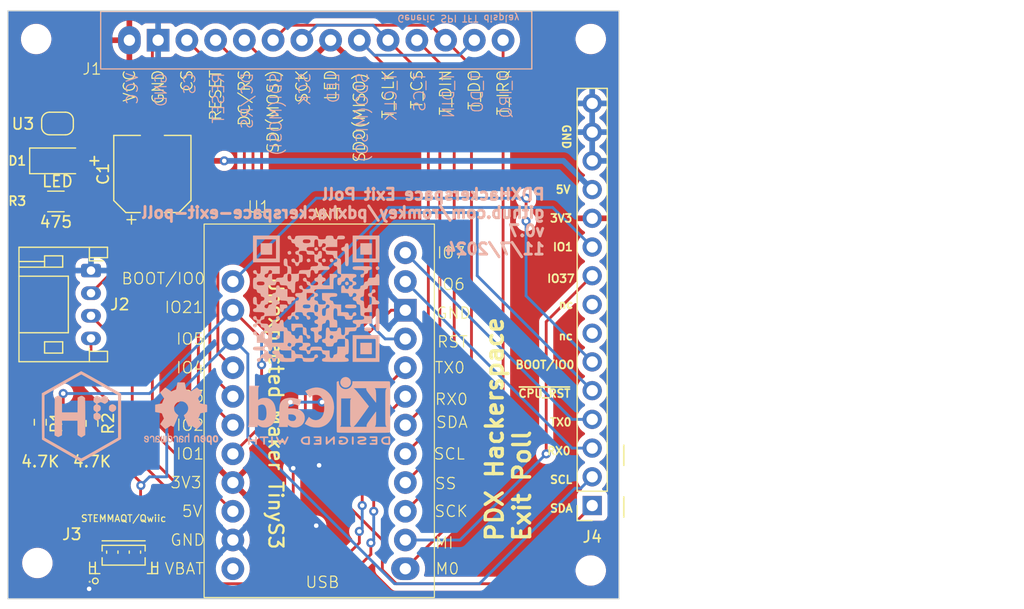
<source format=kicad_pcb>
(kicad_pcb (version 20240108) (generator "pcbnew") (generator_version "8.0")
  (title_block (title "Exit Poll") (date "2024-11-07") (rev "0.7") (company "PDX Hackerspace") (comment 1 "John Romkey") (comment 2 "simple PCB connecting TinyS3 to TFT LCD display and LED strip"))
  (layers (0 "F.Cu" signal) (31 "B.Cu" signal) (34 "B.Paste" user) (35 "F.Paste" user) (36 "B.SilkS" user "B.Silkscreen") (37 "F.SilkS" user "F.Silkscreen") (38 "B.Mask" user) (39 "F.Mask" user) (44 "Edge.Cuts" user))
  (net 0 "")
  (net 1 "/SCL")
  (net 2 "/SDA")
  (net 3 "GND")
  (net 4 "/MO")
  (net 5 "/MI")
  (net 6 "/SCK")
  (net 7 "/TFT_CS")
  (net 8 "/TFT_RST")
  (net 9 "/TFT_DCRS")
  (net 10 "/~{CPU_RST}")
  (net 11 "+3V3")
  (net 12 "/BOOT{slash}IO0")
  (net 13 "/T_IRQ")
  (net 16 "/BAT")
  (net 17 "/T_CS")
  (net 18 "/IO37")
  (net 19 "Net-(D1-K)")
  (net 20 "Net-(D1-A)")
  (net 21 "/CPU_RX")
  (net 22 "/CPU_TX")
  (net 23 "/IO1")
  (net 24 "/LED_DATA")
  (net 25 "+5V")
  (net 26 "/LED_CLK")
  (footprint "Jumper:SolderJumper-2_P1.3mm_Bridged_RoundedPad1.0x1.5mm" (layer "F.Cu") (at 24.384 29.972)
    (property "Reference" "U3" (at -3.048 0.032 0) (layer "F.SilkS"))
    (property "Value" "~" (hide yes))
    (fp_poly (pts (xy 0.25 -0.3) (xy -0.25 -0.3) (xy -0.25 0.3) (xy 0.25 0.3)) (fill solid) (layer "F.Cu"))
    (pad "1" smd custom (at -0.65 0) (size 1 0.5) (layers "F.Cu" "F.Mask") (net 19 "Net-(D1-K)") (options (clearance outline) (anchor rect)) (primitives (gr_circle (center 0 0.25) (end 0.5 0.25) (width 0) (fill yes)) (gr_circle (center 0 -0.25) (end 0.5 -0.25) (width 0) (fill yes)) (gr_poly (pts (xy 0.5 0.75) (xy 0 0.75) (xy 0 -0.75) (xy 0.5 -0.75)) (width 0) (fill yes))))
    (pad "2" smd custom (at 0.65 0) (size 1 0.5) (layers "F.Cu" "F.Mask") (net 3 "GND") (options (clearance outline) (anchor rect)) (primitives (gr_circle (center 0 0.25) (end 0.5 0.25) (width 0) (fill yes)) (gr_circle (center 0 -0.25) (end 0.5 -0.25) (width 0) (fill yes)) (gr_poly (pts (xy 0 0.75) (xy -0.5 0.75) (xy -0.5 -0.75) (xy 0 -0.75)) (width 0) (fill yes))))
  )
  (footprint "1myFootprints:SPI_TFT_TOUCH" (layer "F.Cu") (at 66.294 20.066 90)
    (property "Reference" "J1" (at -5.08 -38.862 0) (layer "F.SilkS") (effects (font (thickness 0.1))))
    (property "Value" "~")
    (fp_text user "LED" (at -5.334 -17.526 90) (layer "B.SilkS") (effects (font (thickness 0.1)) (justify left mirror)))
    (fp_text user "T_IRQ" (at -5.334 -2.286 90) (layer "B.SilkS") (effects (font (thickness 0.1)) (justify left mirror)))
    (fp_text user "T_CLK" (at -5.334 -12.446 90) (layer "B.SilkS") (effects (font (thickness 0.1)) (justify left mirror)))
    (fp_text user "T_CS" (at -5.334 -9.906 90) (layer "B.SilkS") (effects (font (thickness 0.1)) (justify left mirror)))
    (fp_text user "T_DO" (at -5.334 -4.826 90) (layer "B.SilkS") (effects (font (thickness 0.1)) (justify left mirror)))
    (fp_text user "CS" (at -5.334 -30.226 90) (layer "B.SilkS") (effects (font (thickness 0.1)) (justify left mirror)))
    (fp_text user "SDO(MISO)" (at -5.334 -14.986 90) (layer "B.SilkS") (effects (font (thickness 0.1)) (justify left mirror)))
    (fp_text user "SDI(MOSI)" (at -5.334 -22.606 90) (layer "B.SilkS") (effects (font (thickness 0.1)) (justify left mirror)))
    (fp_text user "T_DIN" (at -5.334 -7.366 90) (layer "B.SilkS") (effects (font (thickness 0.1)) (justify left mirror)))
    (fp_text user "GND" (at -5.334 -32.766 90) (layer "B.SilkS") (effects (font (thickness 0.1)) (justify left mirror)))
    (fp_text user "SCK" (at -5.334 -20.066 90) (layer "B.SilkS") (effects (font (thickness 0.1)) (justify left mirror)))
    (fp_text user "Generic SPI TFT display" (at -0.254 -11.938 180) (layer "B.SilkS") (effects (font (size 0.6 0.6) (thickness 0.1)) (justify left bottom mirror)))
    (fp_text user "DC/RS" (at -5.334 -25.146 90) (layer "B.SilkS") (effects (font (thickness 0.1)) (justify left mirror)))
    (fp_text user "RESET" (at -5.334 -27.686 90) (layer "B.SilkS") (effects (font (thickness 0.1)) (justify left mirror)))
    (fp_text user "VCC" (at -5.334 -35.306 90) (layer "B.SilkS") (effects (font (thickness 0.1)) (justify left mirror)))
    (fp_text user "T_DIN" (at -5.08 -7.62 90) (layer "F.SilkS") (effects (font (thickness 0.1)) (justify right)))
    (fp_text user "T_CS" (at -5.08 -10.16 90) (layer "F.SilkS") (effects (font (thickness 0.1)) (justify right)))
    (fp_text user "GND" (at -5.08 -33.02 90) (layer "F.SilkS") (effects (font (thickness 0.1)) (justify right)))
    (fp_text user "RESET" (at -5.08 -27.94 90) (layer "F.SilkS") (effects (font (thickness 0.1)) (justify right)))
    (fp_text user "LED" (at -5.08 -17.78 90) (layer "F.SilkS") (effects (font (thickness 0.1)) (justify right)))
    (fp_text user "CS" (at -5.08 -30.48 90) (layer "F.SilkS") (effects (font (thickness 0.1)) (justify right)))
    (fp_text user "DC/RS" (at -5.08 -25.4 90) (layer "F.SilkS") (effects (font (thickness 0.1)) (justify right)))
    (fp_text user "VCC" (at -5.08 -35.56 90) (layer "F.SilkS") (effects (font (thickness 0.1)) (justify right)))
    (fp_text user "SCK" (at -5.08 -20.32 90) (layer "F.SilkS") (effects (font (thickness 0.1)) (justify right)))
    (fp_text user "SDO(MISO)" (at -5.334 -15.24 90) (layer "F.SilkS") (effects (font (thickness 0.1)) (justify right)))
    (fp_text user "T_DO" (at -5.08 -5.08 90) (layer "F.SilkS") (effects (font (thickness 0.1)) (justify right)))
    (fp_text user "T_CLK" (at -5.08 -12.7 90) (layer "F.SilkS") (effects (font (thickness 0.1)) (justify right)))
    (fp_text user "SDI(MOSI)" (at -5.08 -22.86 90) (layer "F.SilkS") (effects (font (thickness 0.1)) (justify right)))
    (fp_text user "T_IRQ" (at -5.08 -2.54 90) (layer "F.SilkS") (effects (font (thickness 0.1)) (justify right)))
    (pad "1" thru_hole oval (at -2.54 -35.56 90) (size 2.5 2) (drill 1) (layers "*.Cu" "*.Mask") (net 11 "+3V3"))
    (pad "2" thru_hole rect (at -2.54 -33.02 90) (size 2 2) (drill 1) (layers "*.Cu" "*.Mask") (net 3 "GND"))
    (pad "3" thru_hole circle (at -2.54 -30.48 90) (size 2 2) (drill 1) (layers "*.Cu" "*.Mask") (net 7 "/TFT_CS"))
    (pad "4" thru_hole circle (at -2.54 -27.94 90) (size 2 2) (drill 1) (layers "*.Cu" "*.Mask") (net 8 "/TFT_RST"))
    (pad "5" thru_hole circle (at -2.54 -25.4 90) (size 2 2) (drill 1) (layers "*.Cu" "*.Mask") (net 9 "/TFT_DCRS"))
    (pad "6" thru_hole circle (at -2.54 -22.86 90) (size 2 2) (drill 1) (layers "*.Cu" "*.Mask") (net 4 "/MO"))
    (pad "7" thru_hole circle (at -2.54 -20.32 90) (size 2 2) (drill 1) (layers "*.Cu" "*.Mask") (net 6 "/SCK"))
    (pad "8" thru_hole circle (at -2.54 -17.78 90) (size 2 2) (drill 1) (layers "*.Cu" "*.Mask") (net 11 "+3V3"))
    (pad "9" thru_hole circle (at -2.54 -15.24 90) (size 2 2) (drill 1) (layers "*.Cu" "*.Mask") (net 5 "/MI"))
    (pad "10" thru_hole circle (at -2.54 -12.7 90) (size 2 2) (drill 1) (layers "*.Cu" "*.Mask") (net 6 "/SCK"))
    (pad "11" thru_hole circle (at -2.54 -10.16 90) (size 2 2) (drill 1) (layers "*.Cu" "*.Mask") (net 17 "/T_CS"))
    (pad "12" thru_hole circle (at -2.54 -7.62 90) (size 2 2) (drill 1) (layers "*.Cu" "*.Mask") (net 4 "/MO"))
    (pad "13" thru_hole circle (at -2.54 -5.08 90) (size 2 2) (drill 1) (layers "*.Cu" "*.Mask") (net 5 "/MI"))
    (pad "14" thru_hole circle (at -2.54 -2.54 90) (size 2 2) (drill 1) (layers "*.Cu" "*.Mask") (net 13 "/T_IRQ"))
  )
  (footprint "Resistor_SMD:R_1206_3216Metric_Pad1.30x1.75mm_HandSolder" (layer "F.Cu") (at 24.242 36.862)
    (property "Reference" "R3" (at -3.414 -0.032 0) (layer "F.SilkS") (effects (font (size 0.8 0.8))))
    (property "Value" "475" (at 0 1.82 0) (layer "F.SilkS"))
    (pad "1" smd roundrect (at -1.55 0) (size 1.3 1.75) (layers "F.Cu" "F.Paste" "F.Mask") (roundrect_rratio 0.192308) (net 25 "+5V"))
    (pad "2" smd roundrect (at 1.55 0) (size 1.3 1.75) (layers "F.Cu" "F.Paste" "F.Mask") (roundrect_rratio 0.192308) (net 20 "Net-(D1-A)"))
  )
  (footprint "Resistor_SMD:R_0603_1608Metric_Pad0.98x0.95mm_HandSolder" (layer "F.Cu") (at 27.432 56.4915 -90)
    (property "Reference" "R2" (at 0 -1.43 -90) (layer "F.SilkS"))
    (property "Value" "4.7K")
    (pad "1" smd roundrect (at -0.9125 0 270) (size 0.975 0.95) (layers "F.Cu" "F.Paste" "F.Mask") (net 11 "+3V3"))
    (pad "2" smd roundrect (at 0.9125 0 270) (size 0.975 0.95) (layers "F.Cu" "F.Paste" "F.Mask") (net 1 "/SCL"))
  )
  (footprint "1myFootprints:TinyS3" (layer "F.Cu") (at 50.038 56.642 180)
    (property "Reference" "U1" (at 7.874 19.304 0) (layer "F.SilkS") (effects (font (thickness 0.1))))
    (property "Value" "~" (hide yes))
    (fp_text user "Unexpected Maker TinyS3" (at 7.0993 13.208 -90) (layer "F.SilkS") (effects (font (size 1.25 1.25) (thickness 0.2)) (justify left bottom)))
    (fp_text user "SCK" (at -10.668 -7.62 0) (layer "F.SilkS") (effects (font (thickness 0.1)) (justify right)))
    (fp_text user "GND" (at -10.922 9.906 0) (layer "F.SilkS") (effects (font (thickness 0.1)) (justify right)))
    (fp_text user "IO6" (at -10.414 12.446 0) (layer "F.SilkS") (effects (font (thickness 0.1)) (justify right)))
    (fp_text user "BOOT/IO0" (at 20.066 12.954 0) (layer "F.SilkS") (effects (font (thickness 0.1)) (justify left)))
    (fp_text user "RST" (at -10.668 7.366 0) (layer "F.SilkS") (effects (font (thickness 0.1)) (justify right)))
    (fp_text user "3V3" (at 15.748 -5.08 0) (layer "F.SilkS") (effects (font (thickness 0.1)) (justify left)))
    (fp_text user "SS" (at -7.62 -5.08 180) (layer "F.SilkS") (effects (font (thickness 0.1)) (justify right)))
    (fp_text user "IO5" (at 15.24 7.62 0) (layer "F.SilkS") (effects (font (thickness 0.1)) (justify left)))
    (fp_text user "ANT" (at 3.302 18.034 0) (layer "F.SilkS") (effects (font (thickness 0.1)) (justify left bottom)))
    (fp_text user "USB" (at 3.81 -14.478 0) (layer "F.SilkS") (effects (font (thickness 0.1)) (justify left bottom)))
    (fp_text user "RX0" (at -10.668 2.286 0) (layer "F.SilkS") (effects (font (thickness 0.1)) (justify right)))
    (fp_text user "SDA" (at -10.668 0.254 0) (layer "F.SilkS") (effects (font (thickness 0.1)) (justify right)))
    (fp_text user "IO7" (at -10.414 15.24 0) (layer "F.SilkS") (effects (font (thickness 0.1)) (justify right)))
    (fp_text user "IO2" (at 15.24 0 0) (layer "F.SilkS") (effects (font (thickness 0.1)) (justify left)))
    (fp_text user "IO4" (at 15.24 5.08 0) (layer "F.SilkS") (effects (font (thickness 0.1)) (justify left)))
    (fp_text user "5V" (at 14.732 -7.62 0) (layer "F.SilkS") (effects (font (thickness 0.1)) (justify left)))
    (fp_text user "M0" (at -9.906 -12.7 0) (layer "F.SilkS") (effects (font (thickness 0.1)) (justify right)))
    (fp_text user "GND" (at 15.748 -10.16 0) (layer "F.SilkS") (effects (font (thickness 0.1)) (justify left)))
    (fp_text user "IO21" (at 16.256 10.414 0) (layer "F.SilkS") (effects (font (thickness 0.1)) (justify left)))
    (fp_text user "IO3" (at 15.24 2.54 0) (layer "F.SilkS") (effects (font (thickness 0.1)) (justify left)))
    (fp_text user "MI" (at -9.398 -10.414 0) (layer "F.SilkS") (effects (font (thickness 0.1)) (justify right)))
    (fp_text user "IO1" (at 15.24 -2.54 0) (layer "F.SilkS") (effects (font (thickness 0.1)) (justify left)))
    (fp_text user "VBAT" (at 16.256 -12.7 0) (layer "F.SilkS") (effects (font (thickness 0.1)) (justify left)))
    (fp_text user "TX0" (at -10.414 5.08 0) (layer "F.SilkS") (effects (font (thickness 0.1)) (justify right)))
    (fp_text user "SCL" (at -10.414 -2.54 0) (layer "F.SilkS") (effects (font (thickness 0.1)) (justify right)))
    (pad "1" thru_hole oval (at -5.08 -12.7 180) (size 2.5 2) (drill 1) (layers "*.Cu" "*.Mask") (net 13 "/T_IRQ"))
    (pad "2" thru_hole circle (at -5.08 -10.16 180) (size 2 2) (drill 1) (layers "*.Cu" "*.Mask") (net 18 "/IO37"))
    (pad "3" thru_hole circle (at -5.08 -7.62 180) (size 2 2) (drill 1) (layers "*.Cu" "*.Mask") (net 4 "/MO"))
    (pad "4" thru_hole circle (at -5.08 -5.08 180) (size 2 2) (drill 1) (layers "*.Cu" "*.Mask") (net 17 "/T_CS"))
    (pad "5" thru_hole circle (at -5.08 -2.54 180) (size 2 2) (drill 1) (layers "*.Cu" "*.Mask") (net 6 "/SCK"))
    (pad "6" thru_hole circle (at -5.08 0 180) (size 2 2) (drill 1) (layers "*.Cu" "*.Mask") (net 5 "/MI"))
    (pad "7" thru_hole circle (at -5.08 2.54 180) (size 2 2) (drill 1) (layers "*.Cu" "*.Mask") (net 26 "/LED_CLK"))
    (pad "8" thru_hole circle (at -5.08 5.08 180) (size 2 2) (drill 1) (layers "*.Cu" "*.Mask") (net 24 "/LED_DATA"))
    (pad "9" thru_hole circle (at -5.08 7.62 180) (size 2 2) (drill 1) (layers "*.Cu" "*.Mask") (net 10 "/~{CPU_RST}"))
    (pad "10" thru_hole rect (at -5.08 10.16 180) (size 2 2) (drill 1) (layers "*.Cu" "*.Mask") (net 3 "GND"))
    (pad "11" thru_hole circle (at -5.08 12.7 180) (size 2 2) (drill 1) (layers "*.Cu" "*.Mask") (net 22 "/CPU_TX"))
    (pad "12" thru_hole circle (at -5.08 15.24 180) (size 2 2) (drill 1) (layers "*.Cu" "*.Mask") (net 21 "/CPU_RX"))
    (pad "13" thru_hole circle (at 10.16 12.7 180) (size 2 2) (drill 1) (layers "*.Cu" "*.Mask") (net 12 "/BOOT{slash}IO0"))
    (pad "14" thru_hole circle (at 10.16 10.16 180) (size 2 2) (drill 1) (layers "*.Cu" "*.Mask") (net 2 "/SDA"))
    (pad "15" thru_hole circle (at 10.16 7.62 180) (size 2 2) (drill 1) (layers "*.Cu" "*.Mask") (net 1 "/SCL"))
    (pad "16" thru_hole circle (at 10.16 5.08 180) (size 2 2) (drill 1) (layers "*.Cu" "*.Mask") (net 9 "/TFT_DCRS"))
    (pad "17" thru_hole circle (at 10.16 2.54 180) (size 2 2) (drill 1) (layers "*.Cu" "*.Mask") (net 8 "/TFT_RST"))
    (pad "18" thru_hole circle (at 10.16 0 180) (size 2 2) (drill 1) (layers "*.Cu" "*.Mask") (net 7 "/TFT_CS"))
    (pad "19" thru_hole circle (at 10.16 -2.54 180) (size 2 2) (drill 1) (layers "*.Cu" "*.Mask") (net 23 "/IO1"))
    (pad "20" thru_hole circle (at 10.16 -5.08 180) (size 2 2) (drill 1) (layers "*.Cu" "*.Mask") (net 11 "+3V3"))
    (pad "21" thru_hole circle (at 10.16 -7.62 180) (size 2 2) (drill 1) (layers "*.Cu" "*.Mask") (net 25 "+5V"))
    (pad "22" thru_hole circle (at 10.16 -10.16 180) (size 2 2) (drill 1) (layers "*.Cu" "*.Mask") (net 3 "GND"))
    (pad "23" thru_hole circle (at 10.16 -12.7 180) (size 2 2) (drill 1) (layers "*.Cu" "*.Mask") (net 16 "/BAT"))
  )
  (footprint "MountingHole:MountingHole_2.2mm_M2" (layer "F.Cu") (at 22.5 22.5)
    (property "Reference" "REF**" (hide yes))
    (property "Value" "MountingHole_2.2mm_M2" (hide yes))
    (pad "" np_thru_hole circle (at 0 0) (size 2.2 2.2) (drill 2.2) (layers "F&B.Cu" "*.Mask"))
  )
  (footprint "Connector_PinSocket_2.54mm:PinSocket_1x15_P2.54mm_Vertical" (layer "F.Cu") (at 71.628 63.754 180)
    (property "Reference" "J4" (at 0 -2.77 0) (layer "F.SilkS"))
    (property "Value" "Conn_01x15_Socket" (hide yes))
    (pad "1" thru_hole rect (at 0 0 180) (size 1.7 1.7) (drill 1) (layers "*.Cu" "*.Mask") (net 2 "/SDA"))
    (pad "2" thru_hole oval (at 0 2.54 180) (size 1.7 1.7) (drill 1) (layers "*.Cu" "*.Mask") (net 1 "/SCL"))
    (pad "3" thru_hole oval (at 0 5.08 180) (size 1.7 1.7) (drill 1) (layers "*.Cu" "*.Mask") (net 22 "/CPU_TX"))
    (pad "4" thru_hole oval (at 0 7.62 180) (size 1.7 1.7) (drill 1) (layers "*.Cu" "*.Mask") (net 21 "/CPU_RX"))
    (pad "5" thru_hole oval (at 0 10.16 180) (size 1.7 1.7) (drill 1) (layers "*.Cu" "*.Mask") (net 10 "/~{CPU_RST}"))
    (pad "6" thru_hole oval (at 0 12.7 180) (size 1.7 1.7) (drill 1) (layers "*.Cu" "*.Mask") (net 12 "/BOOT{slash}IO0"))
    (pad "7" thru_hole oval (at 0 15.24 180) (size 1.7 1.7) (drill 1) (layers "*.Cu" "*.Mask"))
    (pad "8" thru_hole oval (at 0 17.78 180) (size 1.7 1.7) (drill 1) (layers "*.Cu" "*.Mask"))
    (pad "9" thru_hole oval (at 0 20.32 180) (size 1.7 1.7) (drill 1) (layers "*.Cu" "*.Mask") (net 18 "/IO37"))
    (pad "10" thru_hole oval (at 0 22.86 180) (size 1.7 1.7) (drill 1) (layers "*.Cu" "*.Mask") (net 23 "/IO1"))
    (pad "11" thru_hole oval (at 0 25.4 180) (size 1.7 1.7) (drill 1) (layers "*.Cu" "*.Mask") (net 11 "+3V3"))
    (pad "12" thru_hole oval (at 0 27.94 180) (size 1.7 1.7) (drill 1) (layers "*.Cu" "*.Mask") (net 25 "+5V"))
    (pad "13" thru_hole oval (at 0 30.48 180) (size 1.7 1.7) (drill 1) (layers "*.Cu" "*.Mask") (net 3 "GND"))
    (pad "14" thru_hole oval (at 0 33.02 180) (size 1.7 1.7) (drill 1) (layers "*.Cu" "*.Mask") (net 3 "GND"))
    (pad "15" thru_hole oval (at 0 35.56 180) (size 1.7 1.7) (drill 1) (layers "*.Cu" "*.Mask") (net 3 "GND"))
  )
  (footprint "Resistor_SMD:R_0603_1608Metric_Pad0.98x0.95mm_HandSolder" (layer "F.Cu") (at 22.86 56.388 -90)
    (property "Reference" "R1" (at 0 -1.43 -90) (layer "F.SilkS"))
    (property "Value" "4.7K")
    (pad "1" smd roundrect (at -0.9125 0 270) (size 0.975 0.95) (layers "F.Cu" "F.Paste" "F.Mask") (net 11 "+3V3"))
    (pad "2" smd roundrect (at 0.9125 0 270) (size 0.975 0.95) (layers "F.Cu" "F.Paste" "F.Mask") (net 2 "/SDA"))
  )
  (footprint "Capacitor_SMD:CP_Elec_6.3x7.7" (layer "F.Cu") (at 32.766 34.434 90)
    (property "Reference" "C1" (at 0 -4.35 90) (layer "F.SilkS"))
    (property "Value" "100µF")
    (pad "1" smd roundrect (at -2.7 0 90) (size 3.5 1.6) (layers "F.Cu" "F.Paste" "F.Mask") (roundrect_rratio 0.15625) (net 25 "+5V"))
    (pad "2" smd roundrect (at 2.7 0 90) (size 3.5 1.6) (layers "F.Cu" "F.Paste" "F.Mask") (roundrect_rratio 0.15625) (net 3 "GND"))
  )
  (footprint "MountingHole:MountingHole_2.2mm_M2" (layer "F.Cu") (at 71.5 22.5)
    (property "Reference" "REF**" (hide yes))
    (property "Value" "MountingHole_2.2mm_M2" (hide yes))
    (pad "" np_thru_hole circle (at 0 0) (size 2.2 2.2) (drill 2.2) (layers "F&B.Cu" "*.Mask"))
  )
  (footprint "MountingHole:MountingHole_2.2mm_M2" (layer "F.Cu") (at 22.606 68.834)
    (property "Reference" "REF**" (hide yes))
    (property "Value" "MountingHole_2.2mm_M2" (hide yes))
    (pad "" np_thru_hole circle (at 0 0) (size 2.2 2.2) (drill 2.2) (layers "F&B.Cu" "*.Mask"))
  )
  (footprint "LED_SMD:LED_1206_3216Metric_Pad1.42x1.75mm_HandSolder" (layer "F.Cu") (at 24.384 33.274)
    (property "Reference" "D1" (at -3.556 0 0) (layer "F.SilkS") (effects (font (size 0.8 0.8))))
    (property "Value" "LED" (at 0 1.82 0) (layer "F.SilkS"))
    (pad "1" smd roundrect (at -1.4875 0) (size 1.425 1.75) (layers "F.Cu" "F.Paste" "F.Mask") (roundrect_rratio 0.175439) (net 19 "Net-(D1-K)"))
    (pad "2" smd roundrect (at 1.4875 0) (size 1.425 1.75) (layers "F.Cu" "F.Paste" "F.Mask") (roundrect_rratio 0.175439) (net 20 "Net-(D1-A)"))
  )
  (footprint "MountingHole:MountingHole_2.2mm_M2" (layer "F.Cu") (at 71.5 69.5)
    (property "Reference" "REF**" (hide yes))
    (property "Value" "MountingHole_2.2mm_M2" (hide yes))
    (pad "" np_thru_hole circle (at 0 0) (size 2.2 2.2) (drill 2.2) (layers "F&B.Cu" "*.Mask"))
  )
  (footprint "footprint:CONN-SMD_BM04B-SRSS-TB" (layer "F.Cu") (at 30.226 68.834)
    (property "Reference" "J3" (at -4.572 -2.54 0) (layer "F.SilkS"))
    (property "Value" "~")
    (pad "0" smd rect (at -2.799975 -1.26251) (size 1.2 1.8) (layers "F.Cu" "F.Paste" "F.Mask"))
    (pad "0" smd rect (at 2.799975 -1.26251) (size 1.2 1.8) (layers "F.Cu" "F.Paste" "F.Mask"))
    (pad "1" smd rect (at -1.5 1.26251) (size 0.6 1.550013) (layers "F.Cu" "F.Paste" "F.Mask") (net 3 "GND"))
    (pad "2" smd rect (at -0.5 1.26251) (size 0.6 1.550013) (layers "F.Cu" "F.Paste" "F.Mask") (net 11 "+3V3"))
    (pad "3" smd rect (at 0.5 1.26251) (size 0.6 1.550013) (layers "F.Cu" "F.Paste" "F.Mask") (net 2 "/SDA"))
    (pad "4" smd rect (at 1.5 1.26251) (size 0.6 1.550013) (layers "F.Cu" "F.Paste" "F.Mask") (net 1 "/SCL"))
  )
  (footprint "Connector_JST:JST_PH_S4B-PH-K_1x04_P2.00mm_Horizontal" (layer "F.Cu") (at 27.342 42.974 -90)
    (property "Reference" "J2" (at 3 -2.55 0) (layer "F.SilkS"))
    (property "Value" "Conn_01x04_Socket" (hide yes))
    (pad "1" thru_hole roundrect (at 0 0 270) (size 1.2 1.75) (drill 0.75) (layers "*.Cu" "*.Mask") (roundrect_rratio 0.208333) (net 3 "GND"))
    (pad "2" thru_hole oval (at 2 0 270) (size 1.2 1.75) (drill 0.75) (layers "*.Cu" "*.Mask") (net 25 "+5V"))
    (pad "3" thru_hole oval (at 4 0 270) (size 1.2 1.75) (drill 0.75) (layers "*.Cu" "*.Mask") (net 24 "/LED_DATA"))
    (pad "4" thru_hole oval (at 6 0 270) (size 1.2 1.75) (drill 0.75) (layers "*.Cu" "*.Mask") (net 26 "/LED_CLK"))
  )
  (footprint "1myFootprints:OSHW-Logo2_7.3x6mm_SilkScreen" (layer "B.Cu") (at 35.306 55.626 180)
    (property "Reference" "REF**" (hide yes))
    (property "Value" "OSHW-Logo2_7.3x6mm_SilkScreen" (hide yes))
  )
  (footprint "1myFootprints:CTRLH Logo" (layer "B.Cu") (at 26.67 55.88 180)
    (property "Reference" "REF**" (hide yes))
    (property "Value" "CTRLH Logo" (hide yes))
  )
  (footprint "Symbol:KiCad-Logo2_5mm_SilkScreen" (layer "B.Cu") (at 47.498 55.372 180)
    (property "Reference" "REF**" (hide yes))
    (property "Value" "KiCad-Logo2_5mm_SilkScreen" (hide yes))
  )
  (footprint "LOGO" (layer "B.Cu") (at 47.244 45.466 180)
    (property "Reference" "G**" (hide yes))
    (property "Value" "LOGO" (hide yes))
  )
  (gr_line (start 74.422 58.42) (end 74.422 60.198) (stroke (width 0.15)) (layer "F.SilkS"))
  (gr_line (start 74.422 62.992) (end 74.422 64.77) (stroke (width 0.15)) (layer "F.SilkS"))
  (gr_rect (start 20 20) (end 74 72) (stroke (width 0.1)) (fill none) (layer "Edge.Cuts"))
  (gr_text "PDXHackerspace Exit Poll\ngithub.com/romkey/pdxhackerspace-exit-poll\nv0.7\n11/7/2024\n" (at 67.564 41.656 0) (layer "B.SilkS") (effects (font (size 1 1) (thickness 0.25) (bold yes)) (justify left bottom mirror)))
  (gr_text "+" (at 26.924 33.782 0) (layer "F.SilkS") (effects (font (size 1 1)) (justify left bottom)))
  (gr_text "RX0" (at 67.564 58.928 0) (layer "F.SilkS") (effects (font (size 0.7 0.7)) (justify left)))
  (gr_text "nc" (at 68.58 45.974 0) (layer "F.SilkS") (effects (font (size 0.7 0.7) (thickness 0.175) (bold yes)) (justify left)))
  (gr_text "4.7K" (at 22.86 60.452 0) (layer "F.SilkS") (effects (font (size 1 1)) (justify bottom)))
  (gr_text "4.7K" (at 27.432 60.452 0) (layer "F.SilkS") (effects (font (size 1 1)) (justify bottom)))
  (gr_text "BOOT/IO0" (at 64.77 51.308 0) (layer "F.SilkS") (effects (font (size 0.7 0.7)) (justify left)))
  (gr_text "nc" (at 68.58 48.768 0) (layer "F.SilkS") (effects (font (size 0.7 0.7)) (justify left)))
  (gr_text "SCL" (at 67.818 61.468 0) (layer "F.SilkS") (effects (font (size 0.7 0.7)) (justify left)))
  (gr_text "3V3" (at 67.818 38.354 0) (layer "F.SilkS") (effects (font (size 0.7 0.7)) (justify left)))
  (gr_text "GND" (at 69.342 29.972 -90) (layer "F.SilkS") (effects (font (size 0.7 0.7)) (justify left)))
  (gr_text "IO1" (at 68.072 40.894 0) (layer "F.SilkS") (effects (font (size 0.7 0.7)) (justify left)))
  (gr_text "5V" (at 68.326 35.814 0) (layer "F.SilkS") (effects (font (size 0.7 0.7)) (justify left)))
  (gr_text "PDX Hackerspace\nExit Poll" (at 66.294 67.056 90) (layer "F.SilkS") (effects (font (size 1.5 1.5) (thickness 0.3) (bold yes)) (justify left bottom)))
  (gr_text "STEMMAQT/Qwiic" (at 30.226 64.548 0) (layer "F.SilkS") (effects (font (size 0.6 0.6) (thickness 0.1) (bold yes)) (justify top)))
  (gr_text "TX0" (at 67.818 56.388 0) (layer "F.SilkS") (effects (font (size 0.7 0.7)) (justify left)))
  (gr_text "IO37\n" (at 67.564 43.688 0) (layer "F.SilkS") (effects (font (size 0.7 0.7)) (justify left)))
  (gr_text "~{CPU_RST}" (at 65.024 53.848 0) (layer "F.SilkS") (effects (font (size 0.7 0.7)) (justify left)))
  (gr_text "SDA" (at 67.818 64.008 0) (layer "F.SilkS") (effects (font (size 0.7 0.7)) (justify left)))
  (segment (start 31.726 62) (end 31.726 70.09651) (width 0.25) (layer "F.Cu") (net 1))
  (segment (start 31.75 61.722) (end 31.75 61.976) (width 0.25) (layer "F.Cu") (net 1))
  (segment (start 31.75 61.976) (end 31.726 62) (width 0.25) (layer "F.Cu") (net 1))
  (segment (start 31.702 61.954) (end 31.75 61.976) (width 0.25) (layer "F.Cu") (net 1))
  (segment (start 27.432 57.404) (end 31.75 61.722) (width 0.25) (layer "F.Cu") (net 1))
  (via (at 31.75 61.976) (size 0.8) (drill 0.4) (layers "F.Cu" "B.Cu") (net 1))
  (segment (start 70.612 62.23) (end 71.628 61.214) (width 0.25) (layer "B.Cu") (net 1))
  (segment (start 34.036 54.864) (end 34.036 61.214) (width 0.25) (layer "B.Cu") (net 1))
  (segment (start 32.512 61.214) (end 34.036 61.214) (width 0.25) (layer "B.Cu") (net 1))
  (segment (start 39.878 49.022) (end 41.203 50.347) (width 0.25) (layer "B.Cu") (net 1))
  (segment (start 31.75 61.976) (end 32.512 61.214) (width 0.25) (layer "B.Cu") (net 1))
  (segment (start 41.203 50.347) (end 41.203 57.706) (width 0.25) (layer "B.Cu") (net 1))
  (segment (start 70.104 62.23) (end 70.612 62.23) (width 0.25) (layer "B.Cu") (net 1))
  (segment (start 61.667 70.667) (end 70.104 62.23) (width 0.25) (layer "B.Cu") (net 1))
  (segment (start 41.203 57.706) (end 54.164 70.667) (width 0.25) (layer "B.Cu") (net 1))
  (segment (start 39.878 49.022) (end 34.036 54.864) (width 0.25) (layer "B.Cu") (net 1))
  (segment (start 54.164 70.667) (end 61.667 70.667) (width 0.25) (layer "B.Cu") (net 1))
  (segment (start 47.197695 60.923) (end 47.207 60.923) (width 0.25) (layer "F.Cu") (net 2))
  (segment (start 39.878 46.482) (end 46.283 52.887) (width 0.25) (layer "F.Cu") (net 2))
  (segment (start 22.93525 57.22525) (end 24.45925 57.22525) (width 0.25) (layer "F.Cu") (net 2))
  (segment (start 30.726 63.492) (end 30.726 70.09651) (width 0.25) (layer "F.Cu") (net 2))
  (segment (start 53.086 66.802) (end 53.086 69.433833) (width 0.25) (layer "F.Cu") (net 2))
  (segment (start 24.45925 57.22525) (end 30.726 63.492) (width 0.25) (layer "F.Cu") (net 2))
  (segment (start 47.207 60.923) (end 53.086 66.802) (width 0.25) (layer "F.Cu") (net 2))
  (segment (start 54.319167 70.667) (end 64.715 70.667) (width 0.25) (layer "F.Cu") (net 2))
  (segment (start 24.892 53.848) (end 24.892 55.2685) (width 0.25) (layer "F.Cu") (net 2))
  (segment (start 22.86 57.3005) (end 22.93525 57.22525) (width 0.25) (layer "F.Cu") (net 2))
  (segment (start 46.283 60.008305) (end 47.197695 60.923) (width 0.25) (layer "F.Cu") (net 2))
  (segment (start 46.283 52.887) (end 46.283 60.008305) (width 0.25) (layer "F.Cu") (net 2))
  (segment (start 53.086 69.433833) (end 54.319167 70.667) (width 0.25) (layer "F.Cu") (net 2))
  (segment (start 64.715 70.667) (end 71.628 63.754) (width 0.25) (layer "F.Cu") (net 2))
  (segment (start 24.892 55.2685) (end 22.86 57.3005) (width 0.25) (layer "F.Cu") (net 2))
  (via (at 24.892 53.848) (size 0.8) (drill 0.4) (layers "F.Cu" "B.Cu") (net 2))
  (segment (start 32.512 53.848) (end 24.892 53.848) (width 0.25) (layer "B.Cu") (net 2))
  (segment (start 39.878 46.482) (end 32.512 53.848) (width 0.25) (layer "B.Cu") (net 2))
  (segment (start 32.766 30.734) (end 25.796 30.734) (width 0.25) (layer "F.Cu") (net 3))
  (segment (start 27.70251 71.12) (end 28.726 70.09651) (width 0.5) (layer "F.Cu") (net 3))
  (segment (start 48.768 58.928) (end 48.768 51.582) (width 0.25) (layer "F.Cu") (net 3))
  (segment (start 45.212 60.452) (end 45.212 63.5) (width 0.25) (layer "F.Cu") (net 3))
  (segment (start 47.498 60.198) (end 48.768 58.928) (width 0.25) (layer "F.Cu") (net 3))
  (segment (start 32.766 23.114) (end 33.274 22.606) (width 0.25) (layer "F.Cu") (net 3))
  (segment (start 27.178 71.12) (end 27.70251 71.12) (width 0.5) (layer "F.Cu") (net 3))
  (segment (start 48.768 51.582) (end 53.868 46.482) (width 0.25) (layer "F.Cu") (net 3))
  (segment (start 32.766 30.734) (end 32.766 23.114) (width 0.25) (layer "F.Cu") (net 3))
  (segment (start 45.212 63.5) (end 47.244 65.532) (width 0.25) (layer "F.Cu") (net 3))
  (segment (start 25.796 30.734) (end 25.034 29.972) (width 0.25) (layer "F.Cu") (net 3))
  (segment (start 53.868 46.482) (end 55.118 46.482) (width 0.25) (layer "F.Cu") (net 3))
  (via (at 27.178 71.12) (size 0.8) (drill 0.4) (layers "F.Cu" "B.Cu") (net 3))
  (via (at 47.244 65.532) (size 0.8) (drill 0.4) (layers "F.Cu" "B.Cu") (net 3))
  (via (at 47.498 60.198) (size 0.8) (drill 0.4) (layers "F.Cu" "B.Cu") (net 3))
  (via (at 45.212 60.452) (size 0.8) (drill 0.4) (layers "F.Cu" "B.Cu") (net 3))
  (segment (start 47.498 60.198) (end 45.466 60.198) (width 0.25) (layer "B.Cu") (net 3))
  (segment (start 45.466 60.198) (end 45.212 60.452) (width 0.25) (layer "B.Cu") (net 3))
  (segment (start 57.349 21.281) (end 44.759 21.281) (width 0.25) (layer "F.Cu") (net 4))
  (segment (start 57.658 62.992) (end 57.658 60.198) (width 0.25) (layer "F.Cu") (net 4))
  (segment (start 56.333 63.047) (end 57.603 63.047) (width 0.25) (layer "F.Cu") (net 4))
  (segment (start 57.603 63.047) (end 57.658 62.992) (width 0.25) (layer "F.Cu") (net 4))
  (segment (start 44.759 21.281) (end 43.434 22.606) (width 0.25) (layer "F.Cu") (net 4))
  (segment (start 57.658 60.198) (end 60.96 56.896) (width 0.25) (layer "F.Cu") (net 4))
  (segment (start 60.96 56.896) (end 60.96 24.892) (width 0.25) (layer "F.Cu") (net 4))
  (segment (start 55.118 64.262) (end 56.333 63.047) (width 0.25) (layer "F.Cu") (net 4))
  (segment (start 60.96 24.892) (end 58.674 22.606) (width 0.25) (layer "F.Cu") (net 4))
  (segment (start 58.674 22.606) (end 57.349 21.281) (width 0.25) (layer "F.Cu") (net 4))
  (segment (start 57.15 28.702) (end 51.054 22.606) (width 0.25) (layer "F.Cu") (net 5))
  (segment (start 55.118 56.642) (end 57.15 54.61) (width 0.25) (layer "F.Cu") (net 5))
  (segment (start 57.15 54.61) (end 57.15 28.702) (width 0.25) (layer "F.Cu") (net 5))
  (segment (start 52.379 23.931) (end 51.054 22.606) (width 0.25) (layer "B.Cu") (net 5))
  (segment (start 59.889 23.931) (end 52.379 23.931) (width 0.25) (layer "B.Cu") (net 5))
  (segment (start 61.214 22.606) (end 59.889 23.931) (width 0.25) (layer "B.Cu") (net 5))
  (segment (start 55.118 59.182) (end 58.166 56.134) (width 0.25) (layer "F.Cu") (net 6))
  (segment (start 58.166 27.178) (end 53.594 22.606) (width 0.25) (layer "F.Cu") (net 6))
  (segment (start 58.166 56.134) (end 58.166 27.178) (width 0.25) (layer "F.Cu") (net 6))
  (segment (start 47.299 21.281) (end 45.974 22.606) (width 0.25) (layer "B.Cu") (net 6))
  (segment (start 53.594 22.606) (end 52.269 21.281) (width 0.25) (layer "B.Cu") (net 6))
  (segment (start 52.269 21.281) (end 47.299 21.281) (width 0.25) (layer "B.Cu") (net 6))
  (segment (start 40.64 36.068) (end 40.894 36.068) (width 0.25) (layer "F.Cu") (net 7))
  (segment (start 40.894 27.686) (end 35.814 22.606) (width 0.25) (layer "F.Cu") (net 7))
  (segment (start 36.83 53.594) (end 36.83 39.878) (width 0.25) (layer "F.Cu") (net 7))
  (segment (start 40.894 36.068) (end 40.894 27.686) (width 0.25) (layer "F.Cu") (net 7))
  (segment (start 39.878 56.642) (end 36.83 53.594) (width 0.25) (layer "F.Cu") (net 7))
  (segment (start 36.83 39.878) (end 40.64 36.068) (width 0.25) (layer "F.Cu") (net 7))
  (segment (start 41.656 25.908) (end 38.354 22.606) (width 0.25) (layer "F.Cu") (net 8))
  (segment (start 41.656 36.83) (end 41.656 25.908) (width 0.25) (layer "F.Cu") (net 8))
  (segment (start 37.846 52.07) (end 37.846 40.64) (width 0.25) (layer "F.Cu") (net 8))
  (segment (start 37.846 40.64) (end 41.656 36.83) (width 0.25) (layer "F.Cu") (net 8))
  (segment (start 39.878 54.102) (end 37.846 52.07) (width 0.25) (layer "F.Cu") (net 8))
  (segment (start 42.418 24.13) (end 40.894 22.606) (width 0.25) (layer "F.Cu") (net 9))
  (segment (start 39.878 51.562) (end 38.553 50.237) (width 0.25) (layer "F.Cu") (net 9))
  (segment (start 42.418 37.338) (end 42.418 24.13) (width 0.25) (layer "F.Cu") (net 9))
  (segment (start 38.553 41.203) (end 42.418 37.338) (width 0.25) (layer "F.Cu") (net 9))
  (segment (start 38.553 50.237) (end 38.553 41.203) (width 0.25) (layer "F.Cu") (net 9))
  (segment (start 61.468 37.846) (end 61.468 43.434) (width 0.25) (layer "B.Cu") (net 10))
  (segment (start 53.34 49.022) (end 52.07 47.752) (width 0.25) (layer "B.Cu") (net 10))
  (segment (start 53.848 37.846) (end 61.468 37.846) (width 0.25) (layer "B.Cu") (net 10))
  (segment (start 55.118 49.022) (end 53.34 49.022) (width 0.25) (layer "B.Cu") (net 10))
  (segment (start 52.07 39.624) (end 53.848 37.846) (width 0.25) (layer "B.Cu") (net 10))
  (segment (start 52.07 47.752) (end 52.07 39.624) (width 0.25) (layer "B.Cu") (net 10))
  (segment (start 61.468 43.434) (end 71.628 53.594) (width 0.25) (layer "B.Cu") (net 10))
  (segment (start 29.726 71.128) (end 29.972 71.374) (width 0.25) (layer "F.Cu") (net 11))
  (via (at 44.958 54.61) (size 0.8) (drill 0.4) (layers "F.Cu" "B.Cu") (net 11))
  (via (at 47.752 54.61) (size 0.8) (drill 0.4) (layers "F.Cu" "B.Cu") (net 11))
  (segment (start 44.958 54.61) (end 47.752 54.61) (width 0.25) (layer "B.Cu") (net 11))
  (segment (start 65.786 36.576) (end 65.786 38.608) (width 0.25) (layer "F.Cu") (net 12))
  (segment (start 65.786 36.576) (end 66.04 36.83) (width 0.25) (layer "F.Cu") (net 12))
  (via (at 65.786 36.576) (size 0.8) (drill 0.4) (layers "F.Cu" "B.Cu") (net 12))
  (via (at 65.786 38.608) (size 0.8) (drill 0.4) (layers "F.Cu" "B.Cu") (net 12))
  (segment (start 65.786 36.576) (end 65.786 36.322) (width 0.25) (layer "B.Cu") (net 12))
  (segment (start 47.244 36.576) (end 65.786 36.576) (width 0.25) (layer "B.Cu") (net 12))
  (segment (start 39.878 43.942) (end 47.244 36.576) (width 0.25) (layer "B.Cu") (net 12))
  (segment (start 65.786 45.212) (end 71.628 51.054) (width 0.25) (layer "B.Cu") (net 12))
  (segment (start 65.786 38.608) (end 65.786 45.212) (width 0.25) (layer "B.Cu") (net 12))
  (segment (start 63.754 60.706) (end 63.754 22.606) (width 0.25) (layer "F.Cu") (net 13))
  (segment (start 55.118 69.342) (end 63.754 60.706) (width 0.25) (layer "F.Cu") (net 13))
  (segment (start 59.436 25.908) (end 56.134 22.606) (width 0.25) (layer "F.Cu") (net 17))
  (segment (start 55.118 61.722) (end 59.436 57.404) (width 0.25) (layer "F.Cu") (net 17))
  (segment (start 59.436 57.404) (end 59.436 25.908) (width 0.25) (layer "F.Cu") (net 17))
  (segment (start 67.564 47.498) (end 71.628 43.434) (width 0.25) (layer "F.Cu") (net 18))
  (segment (start 67.564 59.182) (end 67.564 47.498) (width 0.25) (layer "F.Cu") (net 18))
  (via (at 67.564 59.182) (size 0.8) (drill 0.4) (layers "F.Cu" "B.Cu") (net 18))
  (segment (start 59.944 66.802) (end 67.564 59.182) (width 0.25) (layer "B.Cu") (net 18))
  (segment (start 55.118 66.802) (end 59.944 66.802) (width 0.25) (layer "B.Cu") (net 18))
  (segment (start 22.8965 30.8095) (end 23.734 29.972) (width 0.25) (layer "F.Cu") (net 19))
  (segment (start 22.8965 33.274) (end 22.8965 30.8095) (width 0.25) (layer "F.Cu") (net 19))
  (segment (start 25.792 36.862) (end 25.792 33.3535) (width 0.25) (layer "F.Cu") (net 20))
  (segment (start 25.792 33.3535) (end 25.8715 33.274) (width 0.25) (layer "F.Cu") (net 20))
  (segment (start 55.118 41.402) (end 69.85 56.134) (width 0.25) (layer "B.Cu") (net 21))
  (segment (start 69.85 56.134) (end 71.628 56.134) (width 0.25) (layer "B.Cu") (net 21))
  (segment (start 69.85 58.674) (end 71.628 58.674) (width 0.25) (layer "B.Cu") (net 22))
  (segment (start 55.118 43.942) (end 69.85 58.674) (width 0.25) (layer "B.Cu") (net 22))
  (segment (start 39.878 59.182) (end 42.418 56.642) (width 0.25) (layer "F.Cu") (net 23))
  (segment (start 42.418 56.642) (end 42.418 51.308) (width 0.25) (layer "F.Cu") (net 23))
  (via (at 42.418 51.308) (size 0.8) (drill 0.4) (layers "F.Cu" "B.Cu") (net 23))
  (segment (start 68.13 37.396) (end 71.628 40.894) (width 0.25) (layer "B.Cu") (net 23))
  (segment (start 53.661604 37.396) (end 68.13 37.396) (width 0.25) (layer "B.Cu") (net 23))
  (segment (start 42.418 48.639604) (end 53.661604 37.396) (width 0.25) (layer "B.Cu") (net 23))
  (segment (start 42.418 51.308) (end 42.418 48.639604) (width 0.25) (layer "B.Cu") (net 23))
  (segment (start 30.988 50.62) (end 27.342 46.974) (width 0.25) (layer "F.Cu") (net 24))
  (segment (start 51.308 63.754) (end 51.308 55.372) (width 0.25) (layer "F.Cu") (net 24))
  (segment (start 35.56 69.342) (end 35.56 62.484) (width 0.25) (layer "F.Cu") (net 24))
  (segment (start 51.308 55.372) (end 55.118 51.562) (width 0.25) (layer "F.Cu") (net 24))
  (segment (start 51.054 66.04) (end 51.054 67.056) (width 0.25) (layer "F.Cu") (net 24))
  (segment (start 35.56 62.484) (end 30.988 57.912) (width 0.25) (layer "F.Cu") (net 24))
  (segment (start 30.988 57.912) (end 30.988 50.62) (width 0.25) (layer "F.Cu") (net 24))
  (segment (start 51.054 67.056) (end 47.443 70.667) (width 0.25) (layer "F.Cu") (net 24))
  (segment (start 36.885 70.667) (end 35.56 69.342) (width 0.25) (layer "F.Cu") (net 24))
  (segment (start 47.443 70.667) (end 36.885 70.667) (width 0.25) (layer "F.Cu") (net 24))
  (via (at 51.308 63.754) (size 0.8) (drill 0.4) (layers "F.Cu" "B.Cu") (net 24))
  (via (at 51.054 66.04) (size 0.8) (drill 0.4) (layers "F.Cu" "B.Cu") (net 24))
  (segment (start 51.308 65.786) (end 51.054 66.04) (width 0.25) (layer "B.Cu") (net 24))
  (segment (start 51.308 63.754) (end 51.308 65.786) (width 0.25) (layer "B.Cu") (net 24))
  (segment (start 23.964 38.134) (end 32.766 38.134) (width 0.25) (layer "F.Cu") (net 25))
  (segment (start 32.766 39.55) (end 27.342 44.974) (width 0.25) (layer "F.Cu") (net 25))
  (segment (start 32.766 37.134) (end 36.626 33.274) (width 0.5) (layer "F.Cu") (net 25))
  (segment (start 32.766 38.134) (end 32.766 39.55) (width 0.25) (layer "F.Cu") (net 25))
  (segment (start 32.766 57.15) (end 32.766 38.134) (width 0.25) (layer "F.Cu") (net 25))
  (segment (start 36.626 33.274) (end 39.116 33.274) (width 0.5) (layer "F.Cu") (net 25))
  (segment (start 22.692 36.862) (end 23.964 38.134) (width 0.25) (layer "F.Cu") (net 25))
  (segment (start 39.878 64.262) (end 32.766 57.15) (width 0.25) (layer "F.Cu") (net 25))
  (via (at 39.116 33.274) (size 0.8) (drill 0.4) (layers "F.Cu" "B.Cu") (net 25))
  (segment (start 39.116 33.274) (end 69.088 33.274) (width 0.5) (layer "B.Cu") (net 25))
  (segment (start 69.088 33.274) (end 71.628 35.814) (width 0.5) (layer "B.Cu") (net 25))
  (segment (start 52.324 64.262) (end 52.324 56.896) (width 0.25) (layer "F.Cu") (net 26))
  (segment (start 29.972 55.626) (end 29.972 58.166) (width 0.25) (layer "F.Cu") (net 26))
  (segment (start 34.544 62.738) (end 34.544 69.85) (width 0.25) (layer "F.Cu") (net 26))
  (segment (start 36.068 71.374) (end 48.768 71.374) (width 0.25) (layer "F.Cu") (net 26))
  (segment (start 27.342 52.996) (end 29.972 55.626) (width 0.25) (layer "F.Cu") (net 26))
  (segment (start 52.324 56.896) (end 55.118 54.102) (width 0.25) (layer "F.Cu") (net 26))
  (segment (start 52.07 68.072) (end 52.07 67.056) (width 0.25) (layer "F.Cu") (net 26))
  (segment (start 27.342 48.974) (end 27.342 52.996) (width 0.25) (layer "F.Cu") (net 26))
  (segment (start 34.544 69.85) (end 36.068 71.374) (width 0.25) (layer "F.Cu") (net 26))
  (segment (start 29.972 58.166) (end 34.544 62.738) (width 0.25) (layer "F.Cu") (net 26))
  (segment (start 48.768 71.374) (end 52.07 68.072) (width 0.25) (layer "F.Cu") (net 26))
  (via (at 52.07 67.056) (size 0.8) (drill 0.4) (layers "F.Cu" "B.Cu") (net 26))
  (via (at 52.324 64.262) (size 0.8) (drill 0.4) (layers "F.Cu" "B.Cu") (net 26))
  (segment (start 52.324 66.802) (end 52.07 67.056) (width 0.25) (layer "B.Cu") (net 26))
  (segment (start 52.324 64.262) (end 52.324 66.802) (width 0.25) (layer "B.Cu") (net 26))
  (zone (net 11) (net_name "+3V3") (layer "F.Cu") (connect_pads (clearance 0.5)) (min_thickness 0.25) (fill yes (thermal_gap 0.5) (thermal_bridge_width 0.5))
    (polygon (pts (xy 19.304 19.304) (xy 19.558 72.644) (xy 75.040343 72.707282) (xy 74.93 19.05)))
  )
  (zone (net 3) (net_name "GND") (layer "B.Cu") (priority 1) (connect_pads (clearance 0.5)) (min_thickness 0.25) (fill yes (thermal_gap 0.5) (thermal_bridge_width 0.5))
    (polygon (pts (xy 19.304 19.05) (xy 74.93 19.05) (xy 74.93 72.39) (xy 19.558 72.39)))
  )
)
</source>
